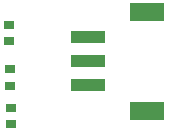
<source format=gtp>
%FSLAX23Y23*%
%MOIN*%
G70*
G01*
G75*
G04 Layer_Color=8421504*
%ADD10R,0.035X0.031*%
%ADD11R,0.118X0.039*%
%ADD12R,0.118X0.059*%
%ADD13C,0.010*%
%ADD14C,0.060*%
%ADD15C,0.039*%
%ADD16C,0.236*%
%ADD17C,0.050*%
%ADD18C,0.004*%
%ADD19C,0.000*%
%ADD20R,0.023X0.043*%
D10*
X769Y599D02*
D03*
Y544D02*
D03*
X774Y322D02*
D03*
Y267D02*
D03*
X771Y450D02*
D03*
Y395D02*
D03*
D11*
X1032Y556D02*
D03*
Y477D02*
D03*
Y398D02*
D03*
D12*
X1229Y642D02*
D03*
Y311D02*
D03*
M02*

</source>
